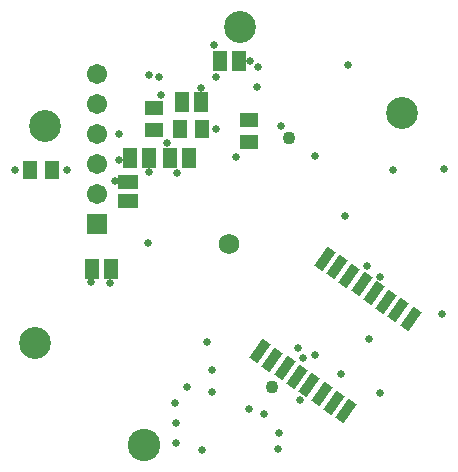
<source format=gbs>
G04 Layer_Color=16711935*
%FSLAX25Y25*%
%MOIN*%
G70*
G01*
G75*
%ADD52R,0.05131X0.06587*%
%ADD57R,0.04800X0.06300*%
%ADD60R,0.06587X0.05131*%
%ADD63R,0.06300X0.04800*%
%ADD70C,0.10642*%
%ADD71C,0.10800*%
%ADD72C,0.06800*%
%ADD73C,0.06706*%
%ADD74R,0.06706X0.06706*%
%ADD75C,0.02572*%
%ADD76C,0.04343*%
G04:AMPARAMS|DCode=77|XSize=76.9mil|YSize=33.59mil|CornerRadius=0mil|HoleSize=0mil|Usage=FLASHONLY|Rotation=55.000|XOffset=0mil|YOffset=0mil|HoleType=Round|Shape=Rectangle|*
%AMROTATEDRECTD77*
4,1,4,-0.00830,-0.04113,-0.03581,-0.02186,0.00830,0.04113,0.03581,0.02186,-0.00830,-0.04113,0.0*
%
%ADD77ROTATEDRECTD77*%

D52*
X-9276Y47449D02*
D03*
X-15654D02*
D03*
X3421Y61130D02*
D03*
X-2957D02*
D03*
X-19465Y28831D02*
D03*
X-13087D02*
D03*
X-32850Y28634D02*
D03*
X-26472D02*
D03*
X-45547Y-8374D02*
D03*
X-39169D02*
D03*
D57*
X-8702Y38484D02*
D03*
X-16102D02*
D03*
X-66298Y24803D02*
D03*
X-58898D02*
D03*
D60*
X-33374Y20744D02*
D03*
Y14366D02*
D03*
D63*
X-25000Y45432D02*
D03*
Y38032D02*
D03*
X6693Y34095D02*
D03*
Y41495D02*
D03*
D70*
X3796Y72431D02*
D03*
X-64625Y-32928D02*
D03*
X57926Y43650D02*
D03*
X-61024Y39370D02*
D03*
D71*
X-28340Y-66765D02*
D03*
D72*
X0Y0D02*
D03*
D73*
X-43996Y56890D02*
D03*
Y46890D02*
D03*
Y36890D02*
D03*
Y26890D02*
D03*
Y16890D02*
D03*
D74*
Y6890D02*
D03*
D75*
X-26772Y394D02*
D03*
X-39370Y-12992D02*
D03*
X-4724Y66535D02*
D03*
X7087Y61024D02*
D03*
X-37992Y20965D02*
D03*
X-36614Y28248D02*
D03*
X-20669Y33858D02*
D03*
X-4331Y38583D02*
D03*
X-26476Y24016D02*
D03*
X17323Y39370D02*
D03*
X16535Y-68110D02*
D03*
X-4331Y55905D02*
D03*
X-23327Y55906D02*
D03*
X-26476Y56496D02*
D03*
X-36516Y36909D02*
D03*
X-9154Y52165D02*
D03*
X-22441Y49606D02*
D03*
X16929Y-62992D02*
D03*
X37402Y-43307D02*
D03*
X24803Y-37795D02*
D03*
X28740Y-37008D02*
D03*
X23228Y-34646D02*
D03*
X-13780Y-47539D02*
D03*
X-17520Y-66142D02*
D03*
Y-59547D02*
D03*
X6890Y-54921D02*
D03*
X-7283Y-32579D02*
D03*
X23720Y-52067D02*
D03*
X-45866Y-12500D02*
D03*
X9843Y59055D02*
D03*
X-5610Y-49213D02*
D03*
X-5512Y-41831D02*
D03*
X-8760Y-68504D02*
D03*
X-53937Y24803D02*
D03*
X38780Y9449D02*
D03*
X28740Y29528D02*
D03*
X9449Y52362D02*
D03*
X-17717Y-53051D02*
D03*
X71260Y-23228D02*
D03*
X50394Y-49606D02*
D03*
X2362Y29134D02*
D03*
X39764Y59842D02*
D03*
X50394Y-11024D02*
D03*
X46063Y-7087D02*
D03*
X71653Y25197D02*
D03*
X54724Y24803D02*
D03*
X-71260D02*
D03*
X11811Y-56693D02*
D03*
X46850Y-31496D02*
D03*
X-17323Y23622D02*
D03*
D76*
X20079Y35433D02*
D03*
X14567Y-47638D02*
D03*
D77*
X39174Y-55638D02*
D03*
X35078Y-52770D02*
D03*
X30982Y-49902D02*
D03*
X26887Y-47034D02*
D03*
X22791Y-44166D02*
D03*
X18695Y-41298D02*
D03*
X14599Y-38430D02*
D03*
X10503Y-35562D02*
D03*
X32069Y-4764D02*
D03*
X36165Y-7632D02*
D03*
X40261Y-10499D02*
D03*
X44356Y-13367D02*
D03*
X48452Y-16235D02*
D03*
X52548Y-19103D02*
D03*
X56644Y-21971D02*
D03*
X60739Y-24839D02*
D03*
M02*

</source>
